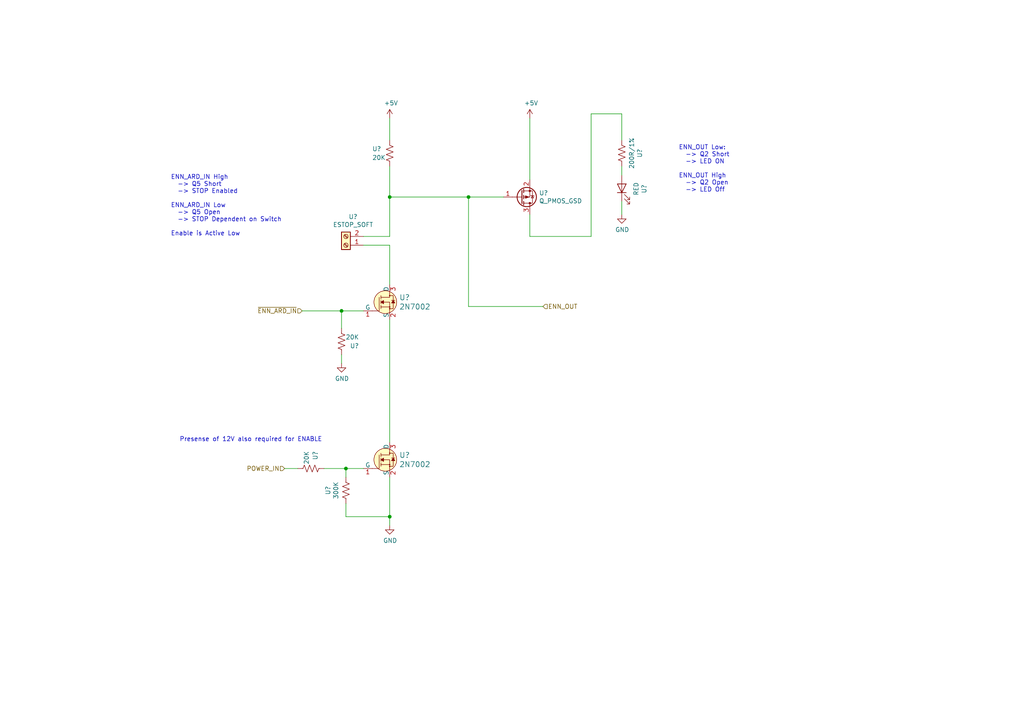
<source format=kicad_sch>
(kicad_sch (version 20211123) (generator eeschema)
  (paper "A4")
  (lib_symbols
    (symbol "MMTK-rescue:+5V-power-MMTK-rescue-MMTK-rescue" (power) (pin_names (offset 0))
      (property "Value" "MMTK-rescue_+5V-power-MMTK-rescue-MMTK-rescue" (at 0 3.556 0))
      (symbol "+5V-power-MMTK-rescue-MMTK-rescue_0_1"
        (polyline (pts (xy -0.762 1.27) (xy 0 2.54)))
        (polyline (pts (xy 0 0) (xy 0 2.54)))
        (polyline (pts (xy 0 2.54) (xy 0.762 1.27)))
      )
      (symbol "+5V-power-MMTK-rescue-MMTK-rescue_1_1"
        (pin power_in line (at 0 0 90) (length 0) hide (name "+5V") (number "1"))
      )
    )
    (symbol "MMTK-rescue:GND-power-MMTK-rescue-MMTK-rescue" (power) (pin_names (offset 0))
      (property "Value" "MMTK-rescue_GND-power-MMTK-rescue-MMTK-rescue" (at 0 -3.81 0))
      (symbol "GND-power-MMTK-rescue-MMTK-rescue_0_1"
        (polyline (pts (xy 0 0) (xy 0 -1.27) (xy 1.27 -1.27) (xy 0 -2.54) (xy -1.27 -1.27) (xy 0 -1.27)))
      )
      (symbol "GND-power-MMTK-rescue-MMTK-rescue_1_1"
        (pin power_in line (at 0 0 270) (length 0) hide (name "GND") (number "1"))
      )
    )
    (symbol "MMTK-rescue:LED-Device-MMTK-rescue-MMTK-rescue" (pin_numbers hide) (pin_names (offset 1.016) hide)
      (property "Reference" "D" (at 0 2.54 0))
      (property "Value" "MMTK-rescue_LED-Device-MMTK-rescue-MMTK-rescue" (at 0 -2.54 0))
      (symbol "LED-Device-MMTK-rescue-MMTK-rescue_0_1"
        (polyline (pts (xy -1.27 -1.27) (xy -1.27 1.27)) (stroke (width 0.2032)))
        (polyline (pts (xy -1.27 0) (xy 1.27 0)))
        (polyline (pts (xy 1.27 -1.27) (xy 1.27 1.27) (xy -1.27 0) (xy 1.27 -1.27)) (stroke (width 0.2032)))
        (polyline (pts (xy -3.048 -0.762) (xy -4.572 -2.286) (xy -3.81 -2.286) (xy -4.572 -2.286) (xy -4.572 -1.524)))
        (polyline (pts (xy -1.778 -0.762) (xy -3.302 -2.286) (xy -2.54 -2.286) (xy -3.302 -2.286) (xy -3.302 -1.524)))
      )
      (symbol "LED-Device-MMTK-rescue-MMTK-rescue_1_1"
        (pin passive line (at -3.81 0 0) (length 2.54) (name "K") (number "1"))
        (pin passive line (at 3.81 0 180) (length 2.54) (name "A") (number "2"))
      )
    )
    (symbol "MMTK-rescue:Q_PMOS_GSD-Device-MMTK-rescue-MMTK-rescue" (pin_names (offset 0) hide)
      (property "Reference" "Q" (at 5.08 1.27 0))
      (property "Value" "MMTK-rescue_Q_PMOS_GSD-Device-MMTK-rescue-MMTK-rescue" (at 5.08 -1.27 0))
      (symbol "Q_PMOS_GSD-Device-MMTK-rescue-MMTK-rescue_0_1"
        (polyline (pts (xy 0.254 0) (xy -2.54 0)))
        (polyline (pts (xy 0.254 1.905) (xy 0.254 -1.905)) (stroke (width 0.254)))
        (polyline (pts (xy 0.762 -1.27) (xy 0.762 -2.286)) (stroke (width 0.254)))
        (polyline (pts (xy 0.762 0.508) (xy 0.762 -0.508)) (stroke (width 0.254)))
        (polyline (pts (xy 0.762 2.286) (xy 0.762 1.27)) (stroke (width 0.254)))
        (polyline (pts (xy 2.54 2.54) (xy 2.54 1.778)))
        (polyline (pts (xy 2.54 -2.54) (xy 2.54 0) (xy 0.762 0)))
        (polyline (pts (xy 0.762 1.778) (xy 3.302 1.778) (xy 3.302 -1.778) (xy 0.762 -1.778)))
        (polyline (pts (xy 2.286 0) (xy 1.27 0.381) (xy 1.27 -0.381) (xy 2.286 0)) (fill (type outline)))
        (polyline (pts (xy 2.794 -0.508) (xy 2.921 -0.381) (xy 3.683 -0.381) (xy 3.81 -0.254)))
        (polyline (pts (xy 3.302 -0.381) (xy 2.921 0.254) (xy 3.683 0.254) (xy 3.302 -0.381)))
        (circle (center 1.651 0) (radius 2.794) (stroke (width 0.254)))
        (circle (center 2.54 -1.778) (radius 0.254) (fill (type outline)))
        (circle (center 2.54 1.778) (radius 0.254) (fill (type outline)))
      )
      (symbol "Q_PMOS_GSD-Device-MMTK-rescue-MMTK-rescue_1_1"
        (pin input line (at -5.08 0 0) (length 2.54) (name "G") (number "1"))
        (pin passive line (at 2.54 -5.08 90) (length 2.54) (name "S") (number "2"))
        (pin passive line (at 2.54 5.08 270) (length 2.54) (name "D") (number "3"))
      )
    )
    (symbol "MMTK-rescue:R_US-Device-MMTK-rescue-MMTK-rescue" (pin_numbers hide) (pin_names (offset 0))
      (property "Reference" "R" (at 2.54 0 90))
      (property "Value" "MMTK-rescue_R_US-Device-MMTK-rescue-MMTK-rescue" (at -2.54 0 90))
      (symbol "R_US-Device-MMTK-rescue-MMTK-rescue_0_1"
        (polyline (pts (xy 0 -2.286) (xy 0 -2.54)))
        (polyline (pts (xy 0 2.286) (xy 0 2.54)))
        (polyline (pts (xy 0 -0.762) (xy 1.016 -1.143) (xy 0 -1.524) (xy -1.016 -1.905) (xy 0 -2.286)))
        (polyline (pts (xy 0 0.762) (xy 1.016 0.381) (xy 0 0) (xy -1.016 -0.381) (xy 0 -0.762)))
        (polyline (pts (xy 0 2.286) (xy 1.016 1.905) (xy 0 1.524) (xy -1.016 1.143) (xy 0 0.762)))
      )
      (symbol "R_US-Device-MMTK-rescue-MMTK-rescue_1_1"
        (pin passive line (at 0 3.81 270) (length 1.27) (name "~") (number "1"))
        (pin passive line (at 0 -3.81 90) (length 1.27) (name "~") (number "2"))
      )
    )
    (symbol "MMTK-rescue:Screw_Terminal_01x02-Connector-MMTK-rescue-MMTK-rescue" (pin_names (offset 1.016) hide)
      (property "Reference" "J" (at 0 2.54 0))
      (property "Value" "MMTK-rescue_Screw_Terminal_01x02-Connector-MMTK-rescue-MMTK-rescue" (at 0 -5.08 0))
      (symbol "Screw_Terminal_01x02-Connector-MMTK-rescue-MMTK-rescue_1_1"
        (rectangle (start -1.27 1.27) (end 1.27 -3.81) (stroke (width 0.254)) (fill (type background)))
        (circle (center 0 -2.54) (radius 0.635) (stroke (width 0.1524)))
        (polyline (pts (xy -0.5334 -2.2098) (xy 0.3302 -3.048)) (stroke (width 0.1524)))
        (polyline (pts (xy -0.5334 0.3302) (xy 0.3302 -0.508)) (stroke (width 0.1524)))
        (polyline (pts (xy -0.3556 -2.032) (xy 0.508 -2.8702)) (stroke (width 0.1524)))
        (polyline (pts (xy -0.3556 0.508) (xy 0.508 -0.3302)) (stroke (width 0.1524)))
        (circle (center 0 0) (radius 0.635) (stroke (width 0.1524)))
        (pin passive line (at -5.08 0 0) (length 3.81) (name "Pin_1") (number "1"))
        (pin passive line (at -5.08 -2.54 0) (length 3.81) (name "Pin_2") (number "2"))
      )
    )
    (symbol "dk_Transistors-FETs-MOSFETs-Single:2N7002" (pin_names (offset 0))
      (property "Reference" "Q" (at -2.6924 3.6322 0))
      (property "Value" "dk_Transistors-FETs-MOSFETs-Single_2N7002" (at 3.4544 0 90))
      (symbol "2N7002_0_1"
        (circle (center -1.27 0) (radius 3.302) (fill (type background)))
        (circle (center 0 -1.905) (radius 0.127))
        (circle (center 0 -1.397) (radius 0.127))
        (polyline (pts (xy 0 -1.397) (xy -2.54 -1.397)))
        (polyline (pts (xy -5.08 -2.54) (xy -3.048 -2.54) (xy -3.048 1.397)))
        (polyline (pts (xy 0 -2.54) (xy 0 0) (xy -2.54 0)))
        (polyline (pts (xy 0 2.54) (xy 0 1.397) (xy -2.54 1.397)))
        (polyline (pts (xy -0.127 -1.905) (xy 1.016 -1.905) (xy 1.016 1.397) (xy 1.016 1.905) (xy -0.127 1.905)))
        (circle (center 0 1.905) (radius 0.127))
      )
      (symbol "2N7002_1_1"
        (polyline (pts (xy -2.54 -1.397) (xy -2.54 -1.905)))
        (polyline (pts (xy -2.54 -1.397) (xy -2.54 -0.889)))
        (polyline (pts (xy -2.54 0) (xy -2.54 -0.508)))
        (polyline (pts (xy -2.54 0) (xy -2.54 0.508)))
        (polyline (pts (xy -2.54 1.905) (xy -2.54 0.889)))
        (polyline (pts (xy 1.524 0.508) (xy 0.508 0.508)))
        (polyline (pts (xy -2.54 0) (xy -1.778 0.508) (xy -1.778 -0.508) (xy -2.54 0)) (fill (type outline)))
        (polyline (pts (xy 1.016 0.508) (xy 0.508 -0.254) (xy 1.524 -0.254) (xy 1.016 0.508)) (fill (type outline)))
        (pin bidirectional line (at -7.62 -2.54 0) (length 2.54) (name "G") (number "1"))
        (pin bidirectional line (at 0 -5.08 90) (length 2.54) (name "S") (number "2"))
        (pin bidirectional line (at 0 5.08 270) (length 2.54) (name "D") (number "3"))
      )
    )
  )
  (junction (at 99.06 90.17))
  (junction (at 100.33 135.89))
  (junction (at 135.89 57.15))
  (junction (at 113.03 57.15))
  (junction (at 113.03 149.86))
  (wire (pts (xy 113.03 34.29) (xy 113.03 40.64)))
  (wire (pts (xy 153.67 68.58) (xy 153.67 62.23)))
  (wire (pts (xy 113.03 48.26) (xy 113.03 57.15)))
  (wire (pts (xy 100.33 138.43) (xy 100.33 135.89)))
  (wire (pts (xy 113.03 149.86) (xy 113.03 152.4)))
  (wire (pts (xy 99.06 102.87) (xy 99.06 105.41)))
  (wire (pts (xy 171.45 33.02) (xy 180.34 33.02)))
  (wire (pts (xy 100.33 135.89) (xy 105.41 135.89)))
  (wire (pts (xy 99.06 95.25) (xy 99.06 90.17)))
  (wire (pts (xy 135.89 88.9) (xy 157.48 88.9)))
  (wire (pts (xy 113.03 57.15) (xy 135.89 57.15)))
  (wire (pts (xy 99.06 90.17) (xy 105.41 90.17)))
  (wire (pts (xy 180.34 33.02) (xy 180.34 40.64)))
  (wire (pts (xy 105.41 71.12) (xy 113.03 71.12)))
  (wire (pts (xy 171.45 68.58) (xy 171.45 33.02)))
  (wire (pts (xy 153.67 34.29) (xy 153.67 52.07)))
  (wire (pts (xy 93.98 135.89) (xy 100.33 135.89)))
  (wire (pts (xy 113.03 71.12) (xy 113.03 82.55)))
  (wire (pts (xy 153.67 68.58) (xy 171.45 68.58)))
  (wire (pts (xy 113.03 138.43) (xy 113.03 149.86)))
  (wire (pts (xy 87.63 90.17) (xy 99.06 90.17)))
  (wire (pts (xy 180.34 48.26) (xy 180.34 50.8)))
  (wire (pts (xy 113.03 57.15) (xy 113.03 68.58)))
  (wire (pts (xy 113.03 92.71) (xy 113.03 128.27)))
  (wire (pts (xy 105.41 68.58) (xy 113.03 68.58)))
  (wire (pts (xy 100.33 146.05) (xy 100.33 149.86)))
  (wire (pts (xy 135.89 57.15) (xy 146.05 57.15)))
  (wire (pts (xy 82.55 135.89) (xy 86.36 135.89)))
  (wire (pts (xy 180.34 58.42) (xy 180.34 62.23)))
  (wire (pts (xy 135.89 57.15) (xy 135.89 88.9)))
  (wire (pts (xy 100.33 149.86) (xy 113.03 149.86)))
  (text "Presense of 12V also required for ENABLE" (at 52.07 128.27 0) (effects (font (size 1.27 1.27)) (justify left bottom)))
  (text "ENN_ARD_IN High\n  -> Q5 Short\n  -> STOP Enabled\n\nENN_ARD_IN Low\n  -> Q5 Open\n  -> STOP Dependent on Switch\n\nEnable is Active Low" (at 49.53 68.58 0) (effects (font (size 1.27 1.27)) (justify left bottom)))
  (text "ENN_OUT Low:\n  -> Q2 Short\n  -> LED ON\n\nENN_OUT High\n  -> Q2 Open\n  -> LED Off" (at 196.85 55.88 0) (effects (font (size 1.27 1.27)) (justify left bottom)))
  (hierarchical_label "ENN_OUT" (shape input) (at 157.48 88.9 0))
  (hierarchical_label "POWER_IN" (shape input) (at 82.55 135.89 180))
  (hierarchical_label "~{ENN_ARD_IN}" (shape input) (at 87.63 90.17 180))
  (symbol (lib_id "MMTK-rescue:+5V-power-MMTK-rescue-MMTK-rescue") (at 153.67 34.29 0) (unit 1)
    (property "Value" "+5V" (at 154.051 29.8958 0))
  )
  (symbol (lib_id "MMTK-rescue:Q_PMOS_GSD-Device-MMTK-rescue-MMTK-rescue") (at 151.13 57.15 0) (mirror x) (unit 1)
    (property "Value" "Q_PMOS_GSD" (at 156.337 58.293 0) (effects (justify left)))
    (property "Footprint" "Package_TO_SOT_SMD:SOT-23" (effects hide))
  )
  (symbol (lib_id "MMTK-rescue:Screw_Terminal_01x02-Connector-MMTK-rescue-MMTK-rescue") (at 100.33 71.12 180) (unit 1)
    (property "Value" "ESTOP_SOFT" (at 102.4128 65.1764 0))
    (property "Footprint" "TerminalBlock_Phoenix:TerminalBlock_Phoenix_PT-1,5-2-3.5-H_1x02_P3.50mm_Horizontal" (effects hide))
  )
  (symbol (lib_id "MMTK-rescue:+5V-power-MMTK-rescue-MMTK-rescue") (at 113.03 34.29 0) (unit 1)
    (property "Value" "+5V" (at 113.411 29.8958 0))
  )
  (symbol (lib_id "MMTK-rescue:LED-Device-MMTK-rescue-MMTK-rescue") (at 180.34 54.61 90) (unit 1)
    (property "Value" "RED" (at 184.5056 54.7878 0))
    (property "Footprint" "LED_SMD:LED_0603_1608Metric" (effects hide))
  )
  (symbol (lib_id "MMTK-rescue:R_US-Device-MMTK-rescue-MMTK-rescue") (at 180.34 44.45 180) (unit 1)
    (property "Value" "200R/1%" (at 183.2356 44.45 90))
    (property "Footprint" "Resistor_SMD:R_0603_1608Metric" (effects hide))
  )
  (symbol (lib_id "MMTK-rescue:GND-power-MMTK-rescue-MMTK-rescue") (at 180.34 62.23 0) (unit 1)
    (property "Value" "GND" (at 180.467 66.6242 0))
  )
  (symbol (lib_id "MMTK-rescue:R_US-Device-MMTK-rescue-MMTK-rescue") (at 113.03 44.45 180) (unit 1)
    (property "Value" "20K" (at 107.95 45.72 0) (effects (justify right)))
    (property "Footprint" "Resistor_SMD:R_0603_1608Metric" (effects hide))
  )
  (symbol (lib_id "dk_Transistors-FETs-MOSFETs-Single:2N7002") (at 113.03 87.63 0) (unit 1)
    (property "Value" "2N7002" (at 115.7732 88.9762 0) (effects (font (size 1.524 1.524)) (justify left)))
    (property "Footprint" "digikey-footprints:SOT-23-3" (effects hide))
    (property "Datasheet" "https://www.onsemi.com/pub/Collateral/NDS7002A-D.PDF" (effects hide))
    (property "Digi-Key_PN" "2N7002NCT-ND" (effects hide))
    (property "MPN" "2N7002" (effects hide))
    (property "Category" "Discrete Semiconductor Products" (effects hide))
    (property "Family" "Transistors - FETs, MOSFETs - Single" (effects hide))
    (property "DK_Datasheet_Link" "https://www.onsemi.com/pub/Collateral/NDS7002A-D.PDF" (effects hide))
    (property "DK_Detail_Page" "/product-detail/en/on-semiconductor/2N7002/2N7002NCT-ND/244664" (effects hide))
    (property "Description" "MOSFET N-CH 60V 115MA SOT-23" (effects hide))
    (property "Manufacturer" "ON Semiconductor" (effects hide))
    (property "Status" "Active" (effects hide))
  )
  (symbol (lib_id "MMTK-rescue:GND-power-MMTK-rescue-MMTK-rescue") (at 113.03 152.4 0) (unit 1)
    (property "Value" "GND" (at 113.157 156.7942 0))
  )
  (symbol (lib_id "dk_Transistors-FETs-MOSFETs-Single:2N7002") (at 113.03 133.35 0) (unit 1)
    (property "Value" "2N7002" (at 115.7732 134.6962 0) (effects (font (size 1.524 1.524)) (justify left)))
    (property "Footprint" "digikey-footprints:SOT-23-3" (effects hide))
    (property "Datasheet" "https://www.onsemi.com/pub/Collateral/NDS7002A-D.PDF" (effects hide))
    (property "Digi-Key_PN" "2N7002NCT-ND" (effects hide))
    (property "MPN" "2N7002" (effects hide))
    (property "Category" "Discrete Semiconductor Products" (effects hide))
    (property "Family" "Transistors - FETs, MOSFETs - Single" (effects hide))
    (property "DK_Datasheet_Link" "https://www.onsemi.com/pub/Collateral/NDS7002A-D.PDF" (effects hide))
    (property "DK_Detail_Page" "/product-detail/en/on-semiconductor/2N7002/2N7002NCT-ND/244664" (effects hide))
    (property "Description" "MOSFET N-CH 60V 115MA SOT-23" (effects hide))
    (property "Manufacturer" "ON Semiconductor" (effects hide))
    (property "Status" "Active" (effects hide))
  )
  (symbol (lib_id "MMTK-rescue:R_US-Device-MMTK-rescue-MMTK-rescue") (at 90.17 135.89 90) (unit 1)
    (property "Value" "20K" (at 88.9 130.81 0) (effects (justify right)))
    (property "Footprint" "Resistor_SMD:R_0603_1608Metric" (effects hide))
  )
  (symbol (lib_id "MMTK-rescue:R_US-Device-MMTK-rescue-MMTK-rescue") (at 100.33 142.24 0) (unit 1)
    (property "Value" "300K" (at 97.4344 142.24 90))
    (property "Footprint" "Resistor_SMD:R_0603_1608Metric" (effects hide))
  )
  (symbol (lib_id "MMTK-rescue:R_US-Device-MMTK-rescue-MMTK-rescue") (at 99.06 99.06 0) (unit 1)
    (property "Value" "20K" (at 104.14 97.79 0) (effects (justify right)))
    (property "Footprint" "Resistor_SMD:R_0603_1608Metric" (effects hide))
  )
  (symbol (lib_id "MMTK-rescue:GND-power-MMTK-rescue-MMTK-rescue") (at 99.06 105.41 0) (unit 1)
    (property "Value" "GND" (at 99.187 109.8042 0))
  )
)
</source>
